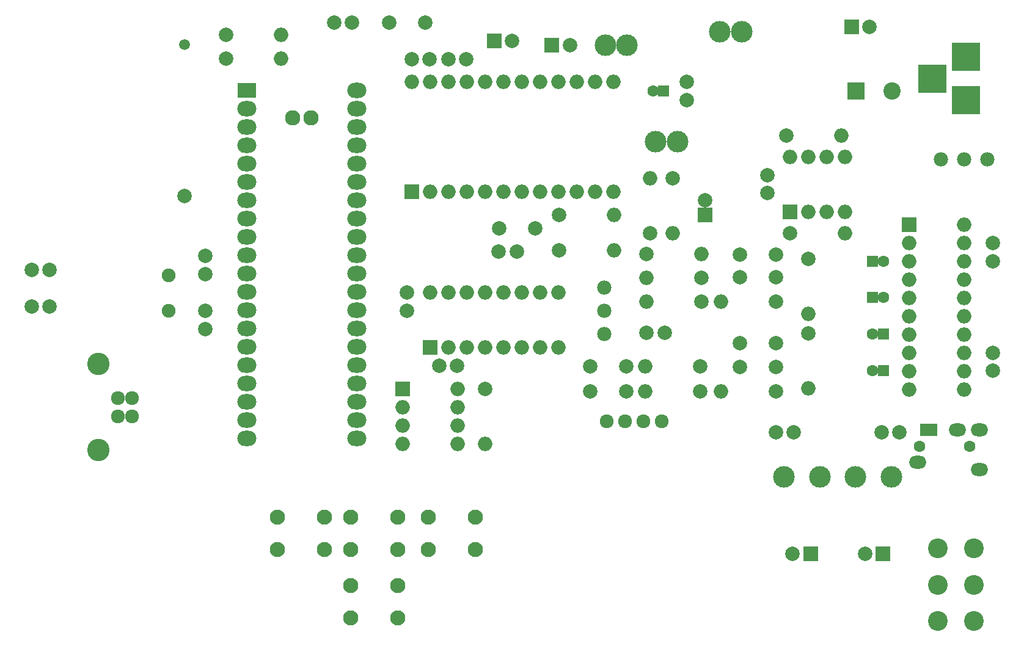
<source format=gbr>
G04 #@! TF.GenerationSoftware,KiCad,Pcbnew,(5.0.0-rc2-dev-493-gd776eaca8)*
G04 #@! TF.CreationDate,2018-05-01T19:31:36-07:00*
G04 #@! TF.ProjectId,STM32_MegaBlaster,53544D33325F4D656761426C61737465,rev?*
G04 #@! TF.SameCoordinates,Original*
G04 #@! TF.FileFunction,Soldermask,Bot*
G04 #@! TF.FilePolarity,Negative*
%FSLAX46Y46*%
G04 Gerber Fmt 4.6, Leading zero omitted, Abs format (unit mm)*
G04 Created by KiCad (PCBNEW (5.0.0-rc2-dev-493-gd776eaca8)) date 05/01/18 19:31:36*
%MOMM*%
%LPD*%
G01*
G04 APERTURE LIST*
%ADD10C,2.740000*%
%ADD11C,2.000000*%
%ADD12R,1.600000X1.600000*%
%ADD13C,1.600000*%
%ADD14C,2.400000*%
%ADD15R,2.400000X2.400000*%
%ADD16R,2.000000X2.000000*%
%ADD17C,1.500000*%
%ADD18C,3.100000*%
%ADD19C,1.920000*%
%ADD20R,3.900000X3.900000*%
%ADD21O,2.400000X1.800000*%
%ADD22R,2.400000X1.800000*%
%ADD23C,3.000000*%
%ADD24O,2.000000X2.000000*%
%ADD25C,2.100000*%
%ADD26C,1.974800*%
%ADD27R,2.650000X2.127200*%
%ADD28O,2.650000X2.127200*%
%ADD29O,2.127200X2.127200*%
%ADD30C,1.924000*%
%ADD31C,1.900000*%
G04 APERTURE END LIST*
D10*
X186567000Y-106637000D03*
X186567000Y-111637000D03*
X186567000Y-116637000D03*
X191567000Y-106637000D03*
X191567000Y-111637000D03*
X191567000Y-116637000D03*
D11*
X113030000Y-71120000D03*
X113030000Y-73620000D03*
X118745000Y-38735000D03*
X121245000Y-38735000D03*
X113665000Y-38735000D03*
X116165000Y-38735000D03*
X105410000Y-33655000D03*
X102910000Y-33655000D03*
X125730000Y-65405000D03*
X128230000Y-65405000D03*
X117475000Y-81280000D03*
X119975000Y-81280000D03*
X151765000Y-44450000D03*
X151765000Y-41950000D03*
X63500000Y-67945000D03*
X61000000Y-67945000D03*
X85090000Y-73660000D03*
X85090000Y-76160000D03*
X85090000Y-68580000D03*
X85090000Y-66080000D03*
X63500000Y-73025000D03*
X61000000Y-73025000D03*
X146202000Y-76708000D03*
X148702000Y-76708000D03*
X162966000Y-57353200D03*
X162966000Y-54853200D03*
X194183000Y-64287400D03*
X194183000Y-66787400D03*
X194183000Y-81965800D03*
X194183000Y-79465800D03*
X178765000Y-90525600D03*
X181265000Y-90525600D03*
X164135000Y-90474800D03*
X166635000Y-90474800D03*
D12*
X148590000Y-43180000D03*
D13*
X147090000Y-43180000D03*
D14*
X180260000Y-43180000D03*
D15*
X175260000Y-43180000D03*
D16*
X174625000Y-34290000D03*
D11*
X177125000Y-34290000D03*
X110570000Y-33655000D03*
X115570000Y-33655000D03*
X130810000Y-62230000D03*
X125810000Y-62230000D03*
X135596000Y-36830000D03*
D16*
X133096000Y-36830000D03*
D11*
X154305000Y-58325000D03*
D16*
X154305000Y-60325000D03*
D11*
X138430000Y-81381600D03*
X143430000Y-81381600D03*
X143430000Y-84836000D03*
X138430000Y-84836000D03*
X159135000Y-65836800D03*
X164135000Y-65836800D03*
X164135000Y-69037200D03*
X159135000Y-69037200D03*
X164135000Y-78181200D03*
X159135000Y-78181200D03*
X159135000Y-81483200D03*
X164135000Y-81483200D03*
D13*
X179021000Y-66776600D03*
D12*
X177521000Y-66776600D03*
X177521000Y-71805800D03*
D13*
X179021000Y-71805800D03*
X177545000Y-76835000D03*
D12*
X179045000Y-76835000D03*
D13*
X177545000Y-81965800D03*
D12*
X179045000Y-81965800D03*
D11*
X176468000Y-107391000D03*
D16*
X178968000Y-107391000D03*
X168961000Y-107391000D03*
D11*
X166461000Y-107391000D03*
X127595000Y-36195000D03*
D16*
X125095000Y-36195000D03*
D11*
X82200000Y-57760000D03*
D17*
X82200000Y-36760000D03*
D18*
X70230000Y-92995000D03*
X70230000Y-80995000D03*
D19*
X72930000Y-85725000D03*
X72930000Y-88265000D03*
X74930000Y-88265000D03*
X74930000Y-85725000D03*
D20*
X185800000Y-41450000D03*
X190500000Y-38450000D03*
X190500000Y-44450000D03*
D13*
X184018000Y-92470000D03*
X191018000Y-92470000D03*
D21*
X192318000Y-90170000D03*
X189318000Y-90170000D03*
D22*
X185318000Y-90170000D03*
D21*
X183818000Y-94670000D03*
X192318000Y-95670000D03*
D23*
X156385000Y-34925000D03*
X159385000Y-34925000D03*
X143510000Y-36830000D03*
X140510000Y-36830000D03*
X147495000Y-50165000D03*
X150495000Y-50165000D03*
X180158000Y-96723200D03*
X175158000Y-96723200D03*
X170231000Y-96723200D03*
X165231000Y-96723200D03*
D24*
X123825000Y-92075000D03*
D11*
X123825000Y-84455000D03*
X87934800Y-38658800D03*
D24*
X95554800Y-38658800D03*
X95554800Y-35356800D03*
D11*
X87934800Y-35356800D03*
X149860000Y-55245000D03*
D24*
X149860000Y-62865000D03*
X146685000Y-55245000D03*
D11*
X146685000Y-62865000D03*
X146177000Y-65786000D03*
D24*
X153797000Y-65786000D03*
X141732000Y-60325000D03*
D11*
X134112000Y-60325000D03*
X134112000Y-65278000D03*
D24*
X141732000Y-65278000D03*
X146177000Y-69088000D03*
D11*
X153797000Y-69088000D03*
X153797000Y-72390000D03*
D24*
X146177000Y-72390000D03*
X156515000Y-72390000D03*
D11*
X164135000Y-72390000D03*
X168605000Y-66446400D03*
D24*
X168605000Y-74066400D03*
X156515000Y-84836000D03*
D11*
X164135000Y-84836000D03*
X168605000Y-76758800D03*
D24*
X168605000Y-84378800D03*
D11*
X153619000Y-84836000D03*
D24*
X145999000Y-84836000D03*
D11*
X166116000Y-62941200D03*
D24*
X173736000Y-62941200D03*
X173228000Y-49377600D03*
D11*
X165608000Y-49377600D03*
D24*
X145999000Y-81381600D03*
D11*
X153619000Y-81381600D03*
D25*
X101546800Y-106786000D03*
X95046800Y-106786000D03*
X101546800Y-102286000D03*
X95046800Y-102286000D03*
X105207000Y-102286000D03*
X111707000Y-102286000D03*
X105207000Y-106786000D03*
X111707000Y-106786000D03*
X122502000Y-106786000D03*
X116002000Y-106786000D03*
X122502000Y-102286000D03*
X116002000Y-102286000D03*
X105232000Y-111735000D03*
X111732000Y-111735000D03*
X105232000Y-116235000D03*
X111732000Y-116235000D03*
D26*
X187045200Y-52628800D03*
X190245600Y-52628800D03*
X193446000Y-52628800D03*
X140335000Y-76835000D03*
X140335000Y-73634600D03*
X140335000Y-70434200D03*
D27*
X90805000Y-43129200D03*
D28*
X90805000Y-45669200D03*
X90805000Y-48209200D03*
X90805000Y-50749200D03*
X90805000Y-53289200D03*
X90805000Y-55829200D03*
X90805000Y-58369200D03*
X90805000Y-60909200D03*
X90805000Y-63449200D03*
X90805000Y-65989200D03*
X90805000Y-68529200D03*
X90805000Y-71069200D03*
X90805000Y-73609200D03*
X90805000Y-76149200D03*
X90805000Y-78689200D03*
X90805000Y-81229200D03*
X90805000Y-83769200D03*
X90805000Y-86309200D03*
X90805000Y-88849200D03*
X90805000Y-91389200D03*
X106045000Y-91389200D03*
X106045000Y-88849200D03*
X106045000Y-86309200D03*
X106045000Y-83769200D03*
X106045000Y-81229200D03*
X106045000Y-78689200D03*
X106045000Y-76149200D03*
X106045000Y-73609200D03*
X106045000Y-71069200D03*
X106045000Y-68529200D03*
X106045000Y-65989200D03*
X106045000Y-63449200D03*
X106045000Y-60909200D03*
X106045000Y-58369200D03*
X106045000Y-55829200D03*
X106045000Y-53289200D03*
X106045000Y-50749200D03*
X106045000Y-48209200D03*
X106045000Y-45669200D03*
X106045000Y-43078400D03*
D29*
X99705000Y-46939200D03*
X97165000Y-46939200D03*
D24*
X116205000Y-71120000D03*
X133985000Y-78740000D03*
X118745000Y-71120000D03*
X131445000Y-78740000D03*
X121285000Y-71120000D03*
X128905000Y-78740000D03*
X123825000Y-71120000D03*
X126365000Y-78740000D03*
X126365000Y-71120000D03*
X123825000Y-78740000D03*
X128905000Y-71120000D03*
X121285000Y-78740000D03*
X131445000Y-71120000D03*
X118745000Y-78740000D03*
X133985000Y-71120000D03*
D16*
X116205000Y-78740000D03*
D24*
X113665000Y-41910000D03*
X141605000Y-57150000D03*
X116205000Y-41910000D03*
X139065000Y-57150000D03*
X118745000Y-41910000D03*
X136525000Y-57150000D03*
X121285000Y-41910000D03*
X133985000Y-57150000D03*
X123825000Y-41910000D03*
X131445000Y-57150000D03*
X126365000Y-41910000D03*
X128905000Y-57150000D03*
X128905000Y-41910000D03*
X126365000Y-57150000D03*
X131445000Y-41910000D03*
X123825000Y-57150000D03*
X133985000Y-41910000D03*
X121285000Y-57150000D03*
X136525000Y-41910000D03*
X118745000Y-57150000D03*
X139065000Y-41910000D03*
X116205000Y-57150000D03*
X141605000Y-41910000D03*
D16*
X113665000Y-57150000D03*
X112395000Y-84455000D03*
D24*
X120015000Y-92075000D03*
X112395000Y-86995000D03*
X120015000Y-89535000D03*
X112395000Y-89535000D03*
X120015000Y-86995000D03*
X112395000Y-92075000D03*
X120015000Y-84455000D03*
X166116000Y-52324000D03*
X173736000Y-59944000D03*
X168656000Y-52324000D03*
X171196000Y-59944000D03*
X171196000Y-52324000D03*
X168656000Y-59944000D03*
X173736000Y-52324000D03*
D16*
X166116000Y-59944000D03*
D24*
X190221000Y-61696600D03*
X182601000Y-84556600D03*
X190221000Y-64236600D03*
X182601000Y-82016600D03*
X190221000Y-66776600D03*
X182601000Y-79476600D03*
X190221000Y-69316600D03*
X182601000Y-76936600D03*
X190221000Y-71856600D03*
X182601000Y-74396600D03*
X190221000Y-74396600D03*
X182601000Y-71856600D03*
X190221000Y-76936600D03*
X182601000Y-69316600D03*
X190221000Y-79476600D03*
X182601000Y-66776600D03*
X190221000Y-82016600D03*
X182601000Y-64236600D03*
X190221000Y-84556600D03*
D16*
X182601000Y-61696600D03*
D30*
X140703000Y-88980000D03*
X143243000Y-88980000D03*
X145783000Y-88980000D03*
X148323000Y-88980000D03*
D31*
X80010000Y-68780000D03*
X80010000Y-73660000D03*
M02*

</source>
